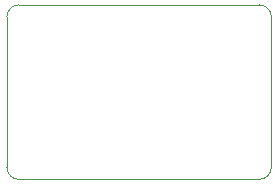
<source format=gbr>
%TF.GenerationSoftware,KiCad,Pcbnew,8.0.1*%
%TF.CreationDate,2024-04-20T17:27:10-04:00*%
%TF.ProjectId,ideal_diode,69646561-6c5f-4646-996f-64652e6b6963,rev?*%
%TF.SameCoordinates,PX8c61800PY5bbe540*%
%TF.FileFunction,Profile,NP*%
%FSLAX46Y46*%
G04 Gerber Fmt 4.6, Leading zero omitted, Abs format (unit mm)*
G04 Created by KiCad (PCBNEW 8.0.1) date 2024-04-20 17:27:10*
%MOMM*%
%LPD*%
G01*
G04 APERTURE LIST*
%TA.AperFunction,Profile*%
%ADD10C,0.050000*%
%TD*%
G04 APERTURE END LIST*
D10*
X22380000Y-15770000D02*
X2000000Y-15770000D01*
X22380000Y-1000000D02*
G75*
G02*
X23380000Y-2000000I0J-1000000D01*
G01*
X23380000Y-14770000D02*
G75*
G02*
X22380000Y-15770000I-1000000J0D01*
G01*
X2000000Y-15770000D02*
G75*
G02*
X1000000Y-14770000I0J1000000D01*
G01*
X1000000Y-2000000D02*
G75*
G02*
X2000000Y-1000000I1000000J0D01*
G01*
X1000000Y-14770000D02*
X1000000Y-2000000D01*
X23380000Y-2000000D02*
X23380000Y-14770000D01*
X2000000Y-1000000D02*
X22380000Y-1000000D01*
M02*

</source>
